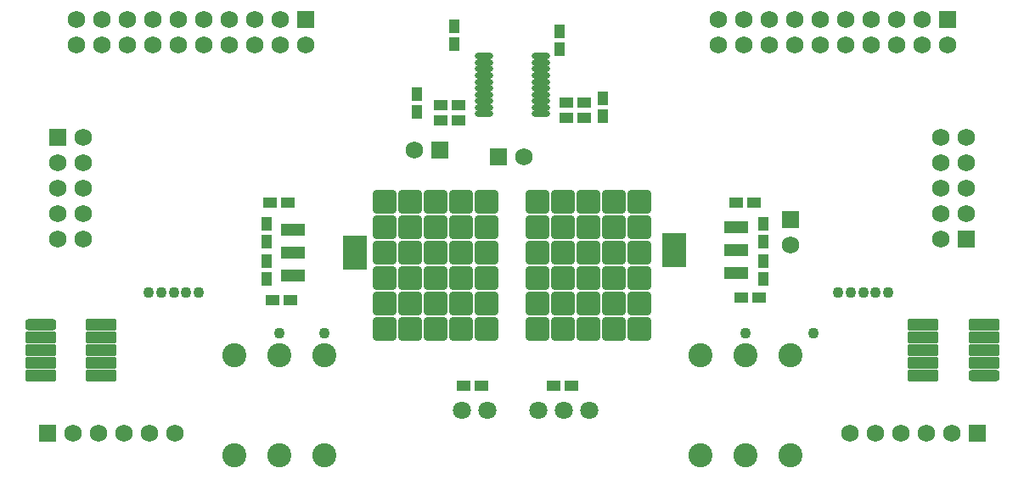
<source format=gts>
G04 Layer_Color=8388736*
%FSLAX25Y25*%
%MOIN*%
G70*
G01*
G75*
%ADD35R,0.05300X0.04000*%
%ADD36R,0.04000X0.05300*%
%ADD37O,0.07296X0.02572*%
%ADD38R,0.09461X0.13595*%
%ADD39R,0.09461X0.04737*%
G04:AMPARAMS|DCode=40|XSize=122.96mil|YSize=45.4mil|CornerRadius=4.94mil|HoleSize=0mil|Usage=FLASHONLY|Rotation=0.000|XOffset=0mil|YOffset=0mil|HoleType=Round|Shape=RoundedRectangle|*
%AMROUNDEDRECTD40*
21,1,0.12296,0.03553,0,0,0.0*
21,1,0.11309,0.04540,0,0,0.0*
1,1,0.00987,0.05655,-0.01777*
1,1,0.00987,-0.05655,-0.01777*
1,1,0.00987,-0.05655,0.01777*
1,1,0.00987,0.05655,0.01777*
%
%ADD40ROUNDEDRECTD40*%
G04:AMPARAMS|DCode=41|XSize=122.96mil|YSize=45.4mil|CornerRadius=13.35mil|HoleSize=0mil|Usage=FLASHONLY|Rotation=0.000|XOffset=0mil|YOffset=0mil|HoleType=Round|Shape=RoundedRectangle|*
%AMROUNDEDRECTD41*
21,1,0.12296,0.01870,0,0,0.0*
21,1,0.09626,0.04540,0,0,0.0*
1,1,0.02670,0.04813,-0.00935*
1,1,0.02670,-0.04813,-0.00935*
1,1,0.02670,-0.04813,0.00935*
1,1,0.02670,0.04813,0.00935*
%
%ADD41ROUNDEDRECTD41*%
G04:AMPARAMS|DCode=42|XSize=90.68mil|YSize=90.68mil|CornerRadius=8.13mil|HoleSize=0mil|Usage=FLASHONLY|Rotation=180.000|XOffset=0mil|YOffset=0mil|HoleType=Round|Shape=RoundedRectangle|*
%AMROUNDEDRECTD42*
21,1,0.09068,0.07441,0,0,180.0*
21,1,0.07441,0.09068,0,0,180.0*
1,1,0.01627,-0.03721,0.03721*
1,1,0.01627,0.03721,0.03721*
1,1,0.01627,0.03721,-0.03721*
1,1,0.01627,-0.03721,-0.03721*
%
%ADD42ROUNDEDRECTD42*%
%ADD43R,0.06800X0.06800*%
%ADD44C,0.06800*%
%ADD45R,0.06800X0.06800*%
%ADD46C,0.09461*%
%ADD47C,0.07099*%
%ADD48C,0.04343*%
D35*
X293854Y68898D02*
D03*
X286854D02*
D03*
X291886Y106299D02*
D03*
X284886D02*
D03*
X224957Y139764D02*
D03*
X217957D02*
D03*
X224957Y145669D02*
D03*
X217957D02*
D03*
X175744Y138779D02*
D03*
X168744D02*
D03*
X175744Y144685D02*
D03*
X168744D02*
D03*
X101815Y106299D02*
D03*
X108815D02*
D03*
X102799Y67913D02*
D03*
X109799D02*
D03*
X213035Y34449D02*
D03*
X220036D02*
D03*
X184602D02*
D03*
X177603D02*
D03*
D36*
X295276Y97988D02*
D03*
Y90988D02*
D03*
Y83224D02*
D03*
Y76224D02*
D03*
X232283Y140201D02*
D03*
Y147201D02*
D03*
X215551Y166776D02*
D03*
Y173776D02*
D03*
X174213Y168744D02*
D03*
Y175744D02*
D03*
X159449Y142169D02*
D03*
Y149169D02*
D03*
X100394Y90988D02*
D03*
Y97988D02*
D03*
Y76224D02*
D03*
Y83224D02*
D03*
D37*
X207972Y141220D02*
D03*
Y143740D02*
D03*
Y146260D02*
D03*
Y148780D02*
D03*
Y151299D02*
D03*
Y153819D02*
D03*
Y156339D02*
D03*
Y158858D02*
D03*
Y161378D02*
D03*
Y163898D02*
D03*
X185728Y141220D02*
D03*
Y143740D02*
D03*
Y146260D02*
D03*
Y148780D02*
D03*
Y151299D02*
D03*
Y153819D02*
D03*
Y156339D02*
D03*
Y158858D02*
D03*
Y161378D02*
D03*
Y163898D02*
D03*
D38*
X135236Y86614D02*
D03*
X260433Y87599D02*
D03*
D39*
X110827Y77559D02*
D03*
Y86614D02*
D03*
Y95669D02*
D03*
X284843Y96654D02*
D03*
Y87599D02*
D03*
Y78543D02*
D03*
D40*
X35512Y38228D02*
D03*
X11732D02*
D03*
X35512Y43228D02*
D03*
X11732D02*
D03*
X35512Y48228D02*
D03*
X11732D02*
D03*
X35512Y53228D02*
D03*
X11732D02*
D03*
X35512Y58228D02*
D03*
X358189D02*
D03*
X381969D02*
D03*
X358189Y53228D02*
D03*
X381969D02*
D03*
X358189Y48228D02*
D03*
X381969D02*
D03*
X358189Y43228D02*
D03*
X381969D02*
D03*
X358189Y38228D02*
D03*
D41*
X11732Y58228D02*
D03*
X381969Y38228D02*
D03*
D42*
X246850Y106693D02*
D03*
X236850D02*
D03*
X226850D02*
D03*
X216850D02*
D03*
X206850D02*
D03*
X186850D02*
D03*
X176850D02*
D03*
X166850D02*
D03*
X156850D02*
D03*
X146850D02*
D03*
X246850Y76693D02*
D03*
X236850D02*
D03*
X226850D02*
D03*
X216850D02*
D03*
X206850D02*
D03*
X186850D02*
D03*
X176850D02*
D03*
X166850D02*
D03*
X156850D02*
D03*
X146850D02*
D03*
Y66693D02*
D03*
X156850D02*
D03*
X166850D02*
D03*
X176850D02*
D03*
X186850D02*
D03*
X206850D02*
D03*
X216850D02*
D03*
X226850D02*
D03*
X236850D02*
D03*
X246850D02*
D03*
X146850Y56693D02*
D03*
X156850D02*
D03*
X166850D02*
D03*
X176850D02*
D03*
X186850D02*
D03*
X206850D02*
D03*
X216850D02*
D03*
X226850D02*
D03*
X236850D02*
D03*
X246850D02*
D03*
X146850Y96693D02*
D03*
X156850D02*
D03*
X166850D02*
D03*
X176850D02*
D03*
X186850D02*
D03*
X206850D02*
D03*
X216850D02*
D03*
X226850D02*
D03*
X236850D02*
D03*
X246850D02*
D03*
X146850Y86693D02*
D03*
X156850D02*
D03*
X166850D02*
D03*
X176850D02*
D03*
X186850D02*
D03*
X206850D02*
D03*
X216850D02*
D03*
X226850D02*
D03*
X236850D02*
D03*
X246850D02*
D03*
D43*
X367835Y178228D02*
D03*
X306102Y99567D02*
D03*
X115866Y178228D02*
D03*
D44*
X367835Y168228D02*
D03*
X357835Y178228D02*
D03*
Y168228D02*
D03*
X347835Y178228D02*
D03*
Y168228D02*
D03*
X337835Y178228D02*
D03*
Y168228D02*
D03*
X327835Y178228D02*
D03*
Y168228D02*
D03*
X317835Y178228D02*
D03*
Y168228D02*
D03*
X307835Y178228D02*
D03*
Y168228D02*
D03*
X297835Y178228D02*
D03*
Y168228D02*
D03*
X287835Y178228D02*
D03*
Y168228D02*
D03*
X277835Y178228D02*
D03*
Y168228D02*
D03*
X365157Y92047D02*
D03*
X375157Y102047D02*
D03*
X365157D02*
D03*
X375157Y112047D02*
D03*
X365157D02*
D03*
X375157Y122047D02*
D03*
X365157D02*
D03*
X375157Y132047D02*
D03*
X365157D02*
D03*
X306102Y89567D02*
D03*
X158465Y126969D02*
D03*
X34291Y15748D02*
D03*
X24291D02*
D03*
X44291D02*
D03*
X54291D02*
D03*
X64291D02*
D03*
X28543Y132047D02*
D03*
X18543Y122047D02*
D03*
X28543D02*
D03*
X18543Y112047D02*
D03*
X28543D02*
D03*
X18543Y102047D02*
D03*
X28543D02*
D03*
X18543Y92047D02*
D03*
X28543D02*
D03*
X115866Y168228D02*
D03*
X105866Y178228D02*
D03*
Y168228D02*
D03*
X95866Y178228D02*
D03*
Y168228D02*
D03*
X85866Y178228D02*
D03*
Y168228D02*
D03*
X75866Y178228D02*
D03*
Y168228D02*
D03*
X65866Y178228D02*
D03*
Y168228D02*
D03*
X55866Y178228D02*
D03*
Y168228D02*
D03*
X45866Y178228D02*
D03*
Y168228D02*
D03*
X35866Y178228D02*
D03*
Y168228D02*
D03*
X25866Y178228D02*
D03*
Y168228D02*
D03*
X201339Y124213D02*
D03*
X359409Y15748D02*
D03*
X369409D02*
D03*
X349409D02*
D03*
X339409D02*
D03*
X329409D02*
D03*
D45*
X375157Y92047D02*
D03*
X168465Y126969D02*
D03*
X14291Y15748D02*
D03*
X18543Y132047D02*
D03*
X191339Y124213D02*
D03*
X379409Y15748D02*
D03*
D46*
X288386Y46260D02*
D03*
Y6890D02*
D03*
X270669Y46260D02*
D03*
Y6890D02*
D03*
X123031Y46260D02*
D03*
Y6890D02*
D03*
X105315Y46260D02*
D03*
Y6890D02*
D03*
X87598Y46260D02*
D03*
Y6890D02*
D03*
X306102Y46260D02*
D03*
Y6890D02*
D03*
D47*
X177008Y24606D02*
D03*
X187008D02*
D03*
X207008D02*
D03*
X217008D02*
D03*
X227008D02*
D03*
D48*
X315059Y55020D02*
D03*
X288287Y55118D02*
D03*
X123130D02*
D03*
X105315D02*
D03*
X324803Y70866D02*
D03*
X329724D02*
D03*
X334646D02*
D03*
X339567Y70965D02*
D03*
X344488Y70866D02*
D03*
X73819D02*
D03*
X68898D02*
D03*
X63976D02*
D03*
X59055D02*
D03*
X54134D02*
D03*
M02*

</source>
